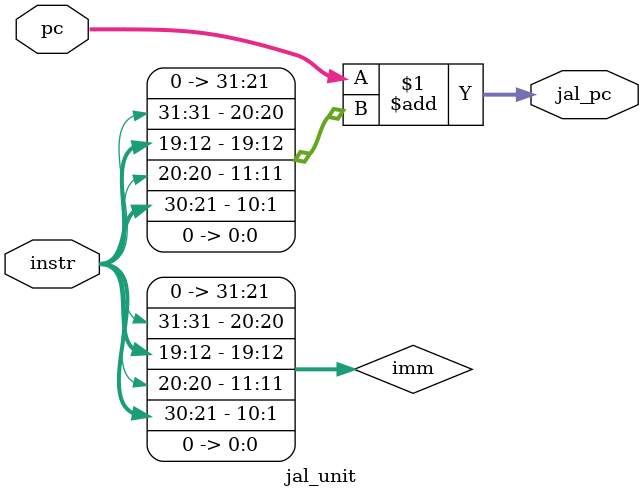
<source format=v>
module jal_unit(
    input [31:0] instr,
    input [31:0] pc,
    output [31:0] jal_pc
);
    wire [31:0] imm;
    assign imm =
	{11'b0,
    instr[31],
	instr[19:12],
	instr[20],
	instr[30:21],
	1'b0};
    assign jal_pc = pc + imm;
endmodule

</source>
